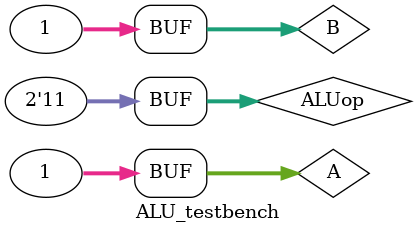
<source format=v>
`timescale 1ns / 1ps


module ALU_testbench;

	// Inputs
	reg [31:0] A;
	reg [31:0] B;
	reg [1:0] ALUop;
	// Outputs
	wire [31:0] C;

	// Instantiate the Unit Under Test (UUT)
	ALU uut (
		.A(A), 
		.B(B), 
		.ALUop(ALUop), 
		.C(C)
	);

	initial begin
		// Initialize Inputs
		A = 0;
		B = 0;
		ALUop = 0;

		// Wait 100 ns for global reset to finish
		#100;
      
		// Add stimulus here
		//¼Ó·¨
		A=1;
		B=2;
		#10
		//¼õ·¨
		ALUop=2'b01;
		#10
		//Òì»ò
		ALUop=2'b10;
		#10
		//±È½Ï
		ALUop=2'b11;
		#10
		B=1;
	end
      
endmodule


</source>
